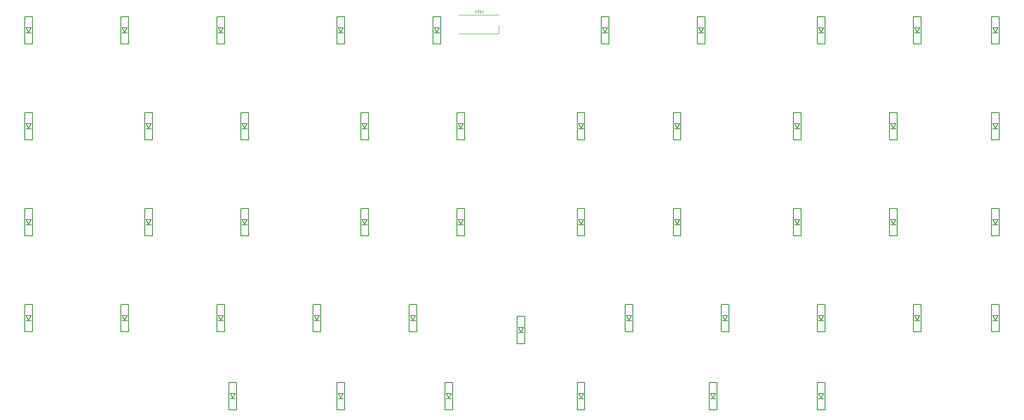
<source format=gbr>
G04 #@! TF.GenerationSoftware,KiCad,Pcbnew,(5.1.9)-1*
G04 #@! TF.CreationDate,2021-01-19T21:28:49+09:00*
G04 #@! TF.ProjectId,yuiop47,7975696f-7034-4372-9e6b-696361645f70,1*
G04 #@! TF.SameCoordinates,Original*
G04 #@! TF.FileFunction,Legend,Bot*
G04 #@! TF.FilePolarity,Positive*
%FSLAX46Y46*%
G04 Gerber Fmt 4.6, Leading zero omitted, Abs format (unit mm)*
G04 Created by KiCad (PCBNEW (5.1.9)-1) date 2021-01-19 21:28:49*
%MOMM*%
%LPD*%
G01*
G04 APERTURE LIST*
%ADD10C,0.150000*%
%ADD11C,0.120000*%
%ADD12C,0.125000*%
G04 APERTURE END LIST*
D10*
X59953100Y-80553100D02*
X59953100Y-75153100D01*
X61203100Y-77353100D02*
X60203100Y-77353100D01*
X60203100Y-77353100D02*
X60703100Y-78253100D01*
X61453100Y-75153100D02*
X61453100Y-80553100D01*
X60703100Y-78253100D02*
X61203100Y-77353100D01*
X61453100Y-75153100D02*
X59953100Y-75153100D01*
X61203100Y-78353100D02*
X60203100Y-78353100D01*
X61453100Y-80553100D02*
X59953100Y-80553100D01*
X80503100Y-80553100D02*
X79003100Y-80553100D01*
X80253100Y-78353100D02*
X79253100Y-78353100D01*
X80503100Y-75153100D02*
X79003100Y-75153100D01*
X79753100Y-78253100D02*
X80253100Y-77353100D01*
X80503100Y-75153100D02*
X80503100Y-80553100D01*
X79253100Y-77353100D02*
X79753100Y-78253100D01*
X80253100Y-77353100D02*
X79253100Y-77353100D01*
X79003100Y-80553100D02*
X79003100Y-75153100D01*
X98053100Y-80553100D02*
X98053100Y-75153100D01*
X99303100Y-77353100D02*
X98303100Y-77353100D01*
X98303100Y-77353100D02*
X98803100Y-78253100D01*
X99553100Y-75153100D02*
X99553100Y-80553100D01*
X98803100Y-78253100D02*
X99303100Y-77353100D01*
X99553100Y-75153100D02*
X98053100Y-75153100D01*
X99303100Y-78353100D02*
X98303100Y-78353100D01*
X99553100Y-80553100D02*
X98053100Y-80553100D01*
X123366000Y-80553100D02*
X121866000Y-80553100D01*
X123116000Y-78353100D02*
X122116000Y-78353100D01*
X123366000Y-75153100D02*
X121866000Y-75153100D01*
X122616000Y-78253100D02*
X123116000Y-77353100D01*
X123366000Y-75153100D02*
X123366000Y-80553100D01*
X122116000Y-77353100D02*
X122616000Y-78253100D01*
X123116000Y-77353100D02*
X122116000Y-77353100D01*
X121866000Y-80553100D02*
X121866000Y-75153100D01*
X140916000Y-80553100D02*
X140916000Y-75153100D01*
X142166000Y-77353100D02*
X141166000Y-77353100D01*
X141166000Y-77353100D02*
X141666000Y-78253100D01*
X142416000Y-75153100D02*
X142416000Y-80553100D01*
X141666000Y-78253100D02*
X142166000Y-77353100D01*
X142416000Y-75153100D02*
X140916000Y-75153100D01*
X142166000Y-78353100D02*
X141166000Y-78353100D01*
X142416000Y-80553100D02*
X140916000Y-80553100D01*
X175753000Y-80553100D02*
X174253000Y-80553100D01*
X175503000Y-78353100D02*
X174503000Y-78353100D01*
X175753000Y-75153100D02*
X174253000Y-75153100D01*
X175003000Y-78253100D02*
X175503000Y-77353100D01*
X175753000Y-75153100D02*
X175753000Y-80553100D01*
X174503000Y-77353100D02*
X175003000Y-78253100D01*
X175503000Y-77353100D02*
X174503000Y-77353100D01*
X174253000Y-80553100D02*
X174253000Y-75153100D01*
X193303000Y-80553100D02*
X193303000Y-75153100D01*
X194553000Y-77353100D02*
X193553000Y-77353100D01*
X193553000Y-77353100D02*
X194053000Y-78253100D01*
X194803000Y-75153100D02*
X194803000Y-80553100D01*
X194053000Y-78253100D02*
X194553000Y-77353100D01*
X194803000Y-75153100D02*
X193303000Y-75153100D01*
X194553000Y-78353100D02*
X193553000Y-78353100D01*
X194803000Y-80553100D02*
X193303000Y-80553100D01*
X218616000Y-80553100D02*
X217116000Y-80553100D01*
X218366000Y-78353100D02*
X217366000Y-78353100D01*
X218616000Y-75153100D02*
X217116000Y-75153100D01*
X217866000Y-78253100D02*
X218366000Y-77353100D01*
X218616000Y-75153100D02*
X218616000Y-80553100D01*
X217366000Y-77353100D02*
X217866000Y-78253100D01*
X218366000Y-77353100D02*
X217366000Y-77353100D01*
X217116000Y-80553100D02*
X217116000Y-75153100D01*
X236166000Y-80553100D02*
X236166000Y-75153100D01*
X237416000Y-77353100D02*
X236416000Y-77353100D01*
X236416000Y-77353100D02*
X236916000Y-78253100D01*
X237666000Y-75153100D02*
X237666000Y-80553100D01*
X236916000Y-78253100D02*
X237416000Y-77353100D01*
X237666000Y-75153100D02*
X236166000Y-75153100D01*
X237416000Y-78353100D02*
X236416000Y-78353100D01*
X237666000Y-80553100D02*
X236166000Y-80553100D01*
X253144000Y-80553100D02*
X251644000Y-80553100D01*
X252894000Y-78353100D02*
X251894000Y-78353100D01*
X253144000Y-75153100D02*
X251644000Y-75153100D01*
X252394000Y-78253100D02*
X252894000Y-77353100D01*
X253144000Y-75153100D02*
X253144000Y-80553100D01*
X251894000Y-77353100D02*
X252394000Y-78253100D01*
X252894000Y-77353100D02*
X251894000Y-77353100D01*
X251644000Y-80553100D02*
X251644000Y-75153100D01*
X59953100Y-99603100D02*
X59953100Y-94203100D01*
X61203100Y-96403100D02*
X60203100Y-96403100D01*
X60203100Y-96403100D02*
X60703100Y-97303100D01*
X61453100Y-94203100D02*
X61453100Y-99603100D01*
X60703100Y-97303100D02*
X61203100Y-96403100D01*
X61453100Y-94203100D02*
X59953100Y-94203100D01*
X61203100Y-97403100D02*
X60203100Y-97403100D01*
X61453100Y-99603100D02*
X59953100Y-99603100D01*
X85265600Y-99603100D02*
X83765600Y-99603100D01*
X85015600Y-97403100D02*
X84015600Y-97403100D01*
X85265600Y-94203100D02*
X83765600Y-94203100D01*
X84515600Y-97303100D02*
X85015600Y-96403100D01*
X85265600Y-94203100D02*
X85265600Y-99603100D01*
X84015600Y-96403100D02*
X84515600Y-97303100D01*
X85015600Y-96403100D02*
X84015600Y-96403100D01*
X83765600Y-99603100D02*
X83765600Y-94203100D01*
X102816000Y-99603100D02*
X102816000Y-94203100D01*
X104066000Y-96403100D02*
X103066000Y-96403100D01*
X103066000Y-96403100D02*
X103566000Y-97303100D01*
X104316000Y-94203100D02*
X104316000Y-99603100D01*
X103566000Y-97303100D02*
X104066000Y-96403100D01*
X104316000Y-94203100D02*
X102816000Y-94203100D01*
X104066000Y-97403100D02*
X103066000Y-97403100D01*
X104316000Y-99603100D02*
X102816000Y-99603100D01*
X128128000Y-99603100D02*
X126628000Y-99603100D01*
X127878000Y-97403100D02*
X126878000Y-97403100D01*
X128128000Y-94203100D02*
X126628000Y-94203100D01*
X127378000Y-97303100D02*
X127878000Y-96403100D01*
X128128000Y-94203100D02*
X128128000Y-99603100D01*
X126878000Y-96403100D02*
X127378000Y-97303100D01*
X127878000Y-96403100D02*
X126878000Y-96403100D01*
X126628000Y-99603100D02*
X126628000Y-94203100D01*
X145678000Y-99603100D02*
X145678000Y-94203100D01*
X146928000Y-96403100D02*
X145928000Y-96403100D01*
X145928000Y-96403100D02*
X146428000Y-97303100D01*
X147178000Y-94203100D02*
X147178000Y-99603100D01*
X146428000Y-97303100D02*
X146928000Y-96403100D01*
X147178000Y-94203100D02*
X145678000Y-94203100D01*
X146928000Y-97403100D02*
X145928000Y-97403100D01*
X147178000Y-99603100D02*
X145678000Y-99603100D01*
X169491000Y-99603100D02*
X169491000Y-94203100D01*
X170741000Y-96403100D02*
X169741000Y-96403100D01*
X169741000Y-96403100D02*
X170241000Y-97303100D01*
X170991000Y-94203100D02*
X170991000Y-99603100D01*
X170241000Y-97303100D02*
X170741000Y-96403100D01*
X170991000Y-94203100D02*
X169491000Y-94203100D01*
X170741000Y-97403100D02*
X169741000Y-97403100D01*
X170991000Y-99603100D02*
X169491000Y-99603100D01*
X190041000Y-99603100D02*
X188541000Y-99603100D01*
X189791000Y-97403100D02*
X188791000Y-97403100D01*
X190041000Y-94203100D02*
X188541000Y-94203100D01*
X189291000Y-97303100D02*
X189791000Y-96403100D01*
X190041000Y-94203100D02*
X190041000Y-99603100D01*
X188791000Y-96403100D02*
X189291000Y-97303100D01*
X189791000Y-96403100D02*
X188791000Y-96403100D01*
X188541000Y-99603100D02*
X188541000Y-94203100D01*
X213853000Y-99603100D02*
X212353000Y-99603100D01*
X213603000Y-97403100D02*
X212603000Y-97403100D01*
X213853000Y-94203100D02*
X212353000Y-94203100D01*
X213103000Y-97303100D02*
X213603000Y-96403100D01*
X213853000Y-94203100D02*
X213853000Y-99603100D01*
X212603000Y-96403100D02*
X213103000Y-97303100D01*
X213603000Y-96403100D02*
X212603000Y-96403100D01*
X212353000Y-99603100D02*
X212353000Y-94203100D01*
X231403000Y-99603100D02*
X231403000Y-94203100D01*
X232653000Y-96403100D02*
X231653000Y-96403100D01*
X231653000Y-96403100D02*
X232153000Y-97303100D01*
X232903000Y-94203100D02*
X232903000Y-99603100D01*
X232153000Y-97303100D02*
X232653000Y-96403100D01*
X232903000Y-94203100D02*
X231403000Y-94203100D01*
X232653000Y-97403100D02*
X231653000Y-97403100D01*
X232903000Y-99603100D02*
X231403000Y-99603100D01*
X253144000Y-99603100D02*
X251644000Y-99603100D01*
X252894000Y-97403100D02*
X251894000Y-97403100D01*
X253144000Y-94203100D02*
X251644000Y-94203100D01*
X252394000Y-97303100D02*
X252894000Y-96403100D01*
X253144000Y-94203100D02*
X253144000Y-99603100D01*
X251894000Y-96403100D02*
X252394000Y-97303100D01*
X252894000Y-96403100D02*
X251894000Y-96403100D01*
X251644000Y-99603100D02*
X251644000Y-94203100D01*
X59953100Y-118653000D02*
X59953100Y-113253000D01*
X61203100Y-115453000D02*
X60203100Y-115453000D01*
X60203100Y-115453000D02*
X60703100Y-116353000D01*
X61453100Y-113253000D02*
X61453100Y-118653000D01*
X60703100Y-116353000D02*
X61203100Y-115453000D01*
X61453100Y-113253000D02*
X59953100Y-113253000D01*
X61203100Y-116453000D02*
X60203100Y-116453000D01*
X61453100Y-118653000D02*
X59953100Y-118653000D01*
X85265600Y-118653000D02*
X83765600Y-118653000D01*
X85015600Y-116453000D02*
X84015600Y-116453000D01*
X85265600Y-113253000D02*
X83765600Y-113253000D01*
X84515600Y-116353000D02*
X85015600Y-115453000D01*
X85265600Y-113253000D02*
X85265600Y-118653000D01*
X84015600Y-115453000D02*
X84515600Y-116353000D01*
X85015600Y-115453000D02*
X84015600Y-115453000D01*
X83765600Y-118653000D02*
X83765600Y-113253000D01*
X102816000Y-118653000D02*
X102816000Y-113253000D01*
X104066000Y-115453000D02*
X103066000Y-115453000D01*
X103066000Y-115453000D02*
X103566000Y-116353000D01*
X104316000Y-113253000D02*
X104316000Y-118653000D01*
X103566000Y-116353000D02*
X104066000Y-115453000D01*
X104316000Y-113253000D02*
X102816000Y-113253000D01*
X104066000Y-116453000D02*
X103066000Y-116453000D01*
X104316000Y-118653000D02*
X102816000Y-118653000D01*
X126628000Y-118653000D02*
X126628000Y-113253000D01*
X127878000Y-115453000D02*
X126878000Y-115453000D01*
X126878000Y-115453000D02*
X127378000Y-116353000D01*
X128128000Y-113253000D02*
X128128000Y-118653000D01*
X127378000Y-116353000D02*
X127878000Y-115453000D01*
X128128000Y-113253000D02*
X126628000Y-113253000D01*
X127878000Y-116453000D02*
X126878000Y-116453000D01*
X128128000Y-118653000D02*
X126628000Y-118653000D01*
X147178000Y-118653000D02*
X145678000Y-118653000D01*
X146928000Y-116453000D02*
X145928000Y-116453000D01*
X147178000Y-113253000D02*
X145678000Y-113253000D01*
X146428000Y-116353000D02*
X146928000Y-115453000D01*
X147178000Y-113253000D02*
X147178000Y-118653000D01*
X145928000Y-115453000D02*
X146428000Y-116353000D01*
X146928000Y-115453000D02*
X145928000Y-115453000D01*
X145678000Y-118653000D02*
X145678000Y-113253000D01*
X169491000Y-118653000D02*
X169491000Y-113253000D01*
X170741000Y-115453000D02*
X169741000Y-115453000D01*
X169741000Y-115453000D02*
X170241000Y-116353000D01*
X170991000Y-113253000D02*
X170991000Y-118653000D01*
X170241000Y-116353000D02*
X170741000Y-115453000D01*
X170991000Y-113253000D02*
X169491000Y-113253000D01*
X170741000Y-116453000D02*
X169741000Y-116453000D01*
X170991000Y-118653000D02*
X169491000Y-118653000D01*
X190041000Y-118653000D02*
X188541000Y-118653000D01*
X189791000Y-116453000D02*
X188791000Y-116453000D01*
X190041000Y-113253000D02*
X188541000Y-113253000D01*
X189291000Y-116353000D02*
X189791000Y-115453000D01*
X190041000Y-113253000D02*
X190041000Y-118653000D01*
X188791000Y-115453000D02*
X189291000Y-116353000D01*
X189791000Y-115453000D02*
X188791000Y-115453000D01*
X188541000Y-118653000D02*
X188541000Y-113253000D01*
X212353000Y-118653000D02*
X212353000Y-113253000D01*
X213603000Y-115453000D02*
X212603000Y-115453000D01*
X212603000Y-115453000D02*
X213103000Y-116353000D01*
X213853000Y-113253000D02*
X213853000Y-118653000D01*
X213103000Y-116353000D02*
X213603000Y-115453000D01*
X213853000Y-113253000D02*
X212353000Y-113253000D01*
X213603000Y-116453000D02*
X212603000Y-116453000D01*
X213853000Y-118653000D02*
X212353000Y-118653000D01*
X232903000Y-118653000D02*
X231403000Y-118653000D01*
X232653000Y-116453000D02*
X231653000Y-116453000D01*
X232903000Y-113253000D02*
X231403000Y-113253000D01*
X232153000Y-116353000D02*
X232653000Y-115453000D01*
X232903000Y-113253000D02*
X232903000Y-118653000D01*
X231653000Y-115453000D02*
X232153000Y-116353000D01*
X232653000Y-115453000D02*
X231653000Y-115453000D01*
X231403000Y-118653000D02*
X231403000Y-113253000D01*
X253144000Y-118653000D02*
X251644000Y-118653000D01*
X252894000Y-116453000D02*
X251894000Y-116453000D01*
X253144000Y-113253000D02*
X251644000Y-113253000D01*
X252394000Y-116353000D02*
X252894000Y-115453000D01*
X253144000Y-113253000D02*
X253144000Y-118653000D01*
X251894000Y-115453000D02*
X252394000Y-116353000D01*
X252894000Y-115453000D02*
X251894000Y-115453000D01*
X251644000Y-118653000D02*
X251644000Y-113253000D01*
X59953100Y-137703000D02*
X59953100Y-132303000D01*
X61203100Y-134503000D02*
X60203100Y-134503000D01*
X60203100Y-134503000D02*
X60703100Y-135403000D01*
X61453100Y-132303000D02*
X61453100Y-137703000D01*
X60703100Y-135403000D02*
X61203100Y-134503000D01*
X61453100Y-132303000D02*
X59953100Y-132303000D01*
X61203100Y-135503000D02*
X60203100Y-135503000D01*
X61453100Y-137703000D02*
X59953100Y-137703000D01*
X80503100Y-137703000D02*
X79003100Y-137703000D01*
X80253100Y-135503000D02*
X79253100Y-135503000D01*
X80503100Y-132303000D02*
X79003100Y-132303000D01*
X79753100Y-135403000D02*
X80253100Y-134503000D01*
X80503100Y-132303000D02*
X80503100Y-137703000D01*
X79253100Y-134503000D02*
X79753100Y-135403000D01*
X80253100Y-134503000D02*
X79253100Y-134503000D01*
X79003100Y-137703000D02*
X79003100Y-132303000D01*
X98053100Y-137703000D02*
X98053100Y-132303000D01*
X99303100Y-134503000D02*
X98303100Y-134503000D01*
X98303100Y-134503000D02*
X98803100Y-135403000D01*
X99553100Y-132303000D02*
X99553100Y-137703000D01*
X98803100Y-135403000D02*
X99303100Y-134503000D01*
X99553100Y-132303000D02*
X98053100Y-132303000D01*
X99303100Y-135503000D02*
X98303100Y-135503000D01*
X99553100Y-137703000D02*
X98053100Y-137703000D01*
X118603000Y-137703000D02*
X117103000Y-137703000D01*
X118353000Y-135503000D02*
X117353000Y-135503000D01*
X118603000Y-132303000D02*
X117103000Y-132303000D01*
X117853000Y-135403000D02*
X118353000Y-134503000D01*
X118603000Y-132303000D02*
X118603000Y-137703000D01*
X117353000Y-134503000D02*
X117853000Y-135403000D01*
X118353000Y-134503000D02*
X117353000Y-134503000D01*
X117103000Y-137703000D02*
X117103000Y-132303000D01*
X137653000Y-137703000D02*
X136153000Y-137703000D01*
X137403000Y-135503000D02*
X136403000Y-135503000D01*
X137653000Y-132303000D02*
X136153000Y-132303000D01*
X136903000Y-135403000D02*
X137403000Y-134503000D01*
X137653000Y-132303000D02*
X137653000Y-137703000D01*
X136403000Y-134503000D02*
X136903000Y-135403000D01*
X137403000Y-134503000D02*
X136403000Y-134503000D01*
X136153000Y-137703000D02*
X136153000Y-132303000D01*
X180516000Y-137703000D02*
X179016000Y-137703000D01*
X180266000Y-135503000D02*
X179266000Y-135503000D01*
X180516000Y-132303000D02*
X179016000Y-132303000D01*
X179766000Y-135403000D02*
X180266000Y-134503000D01*
X180516000Y-132303000D02*
X180516000Y-137703000D01*
X179266000Y-134503000D02*
X179766000Y-135403000D01*
X180266000Y-134503000D02*
X179266000Y-134503000D01*
X179016000Y-137703000D02*
X179016000Y-132303000D01*
X199566000Y-137703000D02*
X198066000Y-137703000D01*
X199316000Y-135503000D02*
X198316000Y-135503000D01*
X199566000Y-132303000D02*
X198066000Y-132303000D01*
X198816000Y-135403000D02*
X199316000Y-134503000D01*
X199566000Y-132303000D02*
X199566000Y-137703000D01*
X198316000Y-134503000D02*
X198816000Y-135403000D01*
X199316000Y-134503000D02*
X198316000Y-134503000D01*
X198066000Y-137703000D02*
X198066000Y-132303000D01*
X218616000Y-137703000D02*
X217116000Y-137703000D01*
X218366000Y-135503000D02*
X217366000Y-135503000D01*
X218616000Y-132303000D02*
X217116000Y-132303000D01*
X217866000Y-135403000D02*
X218366000Y-134503000D01*
X218616000Y-132303000D02*
X218616000Y-137703000D01*
X217366000Y-134503000D02*
X217866000Y-135403000D01*
X218366000Y-134503000D02*
X217366000Y-134503000D01*
X217116000Y-137703000D02*
X217116000Y-132303000D01*
X237666000Y-137703000D02*
X236166000Y-137703000D01*
X237416000Y-135503000D02*
X236416000Y-135503000D01*
X237666000Y-132303000D02*
X236166000Y-132303000D01*
X236916000Y-135403000D02*
X237416000Y-134503000D01*
X237666000Y-132303000D02*
X237666000Y-137703000D01*
X236416000Y-134503000D02*
X236916000Y-135403000D01*
X237416000Y-134503000D02*
X236416000Y-134503000D01*
X236166000Y-137703000D02*
X236166000Y-132303000D01*
X251644000Y-137703000D02*
X251644000Y-132303000D01*
X252894000Y-134503000D02*
X251894000Y-134503000D01*
X251894000Y-134503000D02*
X252394000Y-135403000D01*
X253144000Y-132303000D02*
X253144000Y-137703000D01*
X252394000Y-135403000D02*
X252894000Y-134503000D01*
X253144000Y-132303000D02*
X251644000Y-132303000D01*
X252894000Y-135503000D02*
X251894000Y-135503000D01*
X253144000Y-137703000D02*
X251644000Y-137703000D01*
X100434000Y-153181000D02*
X100434000Y-147781000D01*
X101684000Y-149981000D02*
X100684000Y-149981000D01*
X100684000Y-149981000D02*
X101184000Y-150881000D01*
X101934000Y-147781000D02*
X101934000Y-153181000D01*
X101184000Y-150881000D02*
X101684000Y-149981000D01*
X101934000Y-147781000D02*
X100434000Y-147781000D01*
X101684000Y-150981000D02*
X100684000Y-150981000D01*
X101934000Y-153181000D02*
X100434000Y-153181000D01*
X121866000Y-153181000D02*
X121866000Y-147781000D01*
X123116000Y-149981000D02*
X122116000Y-149981000D01*
X122116000Y-149981000D02*
X122616000Y-150881000D01*
X123366000Y-147781000D02*
X123366000Y-153181000D01*
X122616000Y-150881000D02*
X123116000Y-149981000D01*
X123366000Y-147781000D02*
X121866000Y-147781000D01*
X123116000Y-150981000D02*
X122116000Y-150981000D01*
X123366000Y-153181000D02*
X121866000Y-153181000D01*
X143297000Y-153181000D02*
X143297000Y-147781000D01*
X144547000Y-149981000D02*
X143547000Y-149981000D01*
X143547000Y-149981000D02*
X144047000Y-150881000D01*
X144797000Y-147781000D02*
X144797000Y-153181000D01*
X144047000Y-150881000D02*
X144547000Y-149981000D01*
X144797000Y-147781000D02*
X143297000Y-147781000D01*
X144547000Y-150981000D02*
X143547000Y-150981000D01*
X144797000Y-153181000D02*
X143297000Y-153181000D01*
X157584000Y-140084000D02*
X157584000Y-134684000D01*
X158834000Y-136884000D02*
X157834000Y-136884000D01*
X157834000Y-136884000D02*
X158334000Y-137784000D01*
X159084000Y-134684000D02*
X159084000Y-140084000D01*
X158334000Y-137784000D02*
X158834000Y-136884000D01*
X159084000Y-134684000D02*
X157584000Y-134684000D01*
X158834000Y-137884000D02*
X157834000Y-137884000D01*
X159084000Y-140084000D02*
X157584000Y-140084000D01*
X169491000Y-153181000D02*
X169491000Y-147781000D01*
X170741000Y-149981000D02*
X169741000Y-149981000D01*
X169741000Y-149981000D02*
X170241000Y-150881000D01*
X170991000Y-147781000D02*
X170991000Y-153181000D01*
X170241000Y-150881000D02*
X170741000Y-149981000D01*
X170991000Y-147781000D02*
X169491000Y-147781000D01*
X170741000Y-150981000D02*
X169741000Y-150981000D01*
X170991000Y-153181000D02*
X169491000Y-153181000D01*
X195684000Y-153181000D02*
X195684000Y-147781000D01*
X196934000Y-149981000D02*
X195934000Y-149981000D01*
X195934000Y-149981000D02*
X196434000Y-150881000D01*
X197184000Y-147781000D02*
X197184000Y-153181000D01*
X196434000Y-150881000D02*
X196934000Y-149981000D01*
X197184000Y-147781000D02*
X195684000Y-147781000D01*
X196934000Y-150981000D02*
X195934000Y-150981000D01*
X197184000Y-153181000D02*
X195684000Y-153181000D01*
X218616000Y-153181000D02*
X217116000Y-153181000D01*
X218366000Y-150981000D02*
X217366000Y-150981000D01*
X218616000Y-147781000D02*
X217116000Y-147781000D01*
X217866000Y-150881000D02*
X218366000Y-149981000D01*
X218616000Y-147781000D02*
X218616000Y-153181000D01*
X217366000Y-149981000D02*
X217866000Y-150881000D01*
X218366000Y-149981000D02*
X217366000Y-149981000D01*
X217116000Y-153181000D02*
X217116000Y-147781000D01*
D11*
X146100000Y-74812500D02*
X153900000Y-74812500D01*
X153900000Y-76912500D02*
X153900000Y-78512500D01*
X153900000Y-78512500D02*
X146100000Y-78512500D01*
D12*
X150559523Y-74388690D02*
X150797619Y-74388690D01*
X150797619Y-73888690D01*
X150392857Y-74126785D02*
X150226190Y-74126785D01*
X150154761Y-74388690D02*
X150392857Y-74388690D01*
X150392857Y-73888690D01*
X150154761Y-73888690D01*
X149940476Y-74388690D02*
X149940476Y-73888690D01*
X149821428Y-73888690D01*
X149750000Y-73912500D01*
X149702380Y-73960119D01*
X149678571Y-74007738D01*
X149654761Y-74102976D01*
X149654761Y-74174404D01*
X149678571Y-74269642D01*
X149702380Y-74317261D01*
X149750000Y-74364880D01*
X149821428Y-74388690D01*
X149940476Y-74388690D01*
X149178571Y-74388690D02*
X149464285Y-74388690D01*
X149321428Y-74388690D02*
X149321428Y-73888690D01*
X149369047Y-73960119D01*
X149416666Y-74007738D01*
X149464285Y-74031547D01*
M02*

</source>
